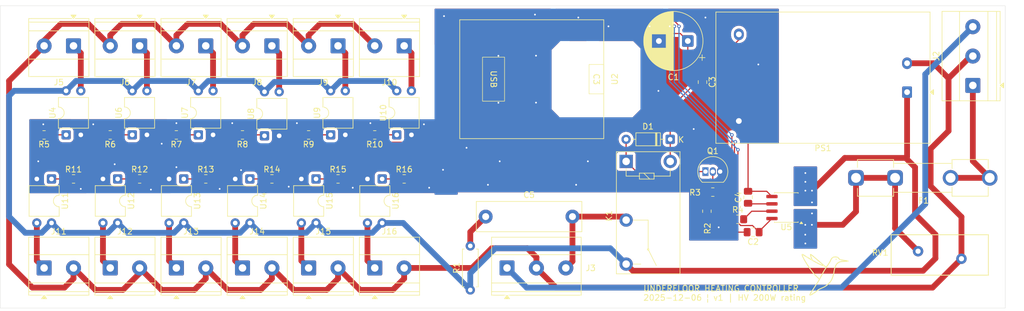
<source format=kicad_pcb>
(kicad_pcb (version 20241229) (generator "pcbnew") (generator_version "9.0")
  (layers (0 "F.Cu" signal) (2 "B.Cu" signal) (13 "F.Paste" user) (15 "B.Paste" user) (5 "F.SilkS" user "F.Silkscreen") (7 "B.SilkS" user "B.Silkscreen") (1 "F.Mask" user) (3 "B.Mask" user) (25 "Edge.Cuts" user))
  (net 0 "")
  (net 1 "GND")
  (net 2 "+5V")
  (net 3 "Net-(U5-FILTER)")
  (net 4 "POWER_L_MOTOR")
  (net 5 "Net-(D1-A)")
  (net 6 "POWER_L_MON")
  (net 7 "POWER_PE")
  (net 8 "POWER_L")
  (net 9 "POWER_N")
  (net 10 "/ETA_MATRIX/ETA1/POWER_L_ETA")
  (net 11 "/ETA_MATRIX/ETA2/POWER_L_ETA")
  (net 12 "/ETA_MATRIX/ETA3/POWER_L_ETA")
  (net 13 "/ETA_MATRIX/ETA4/POWER_L_ETA")
  (net 14 "/ETA_MATRIX/ETA5/POWER_L_ETA")
  (net 15 "/ETA_MATRIX/ETA6/POWER_L_ETA")
  (net 16 "/ETA_MATRIX/ETA7/POWER_L_ETA")
  (net 17 "/ETA_MATRIX/ETA8/POWER_L_ETA")
  (net 18 "/ETA_MATRIX/ETA9/POWER_L_ETA")
  (net 19 "/ETA_MATRIX/ETA10/POWER_L_ETA")
  (net 20 "/ETA_MATRIX/ETA11/POWER_L_ETA")
  (net 21 "/ETA_MATRIX/ETA12/POWER_L_ETA")
  (net 22 "Net-(Q1-B)")
  (net 23 "MOTOR_CTRL")
  (net 24 "ETA_L1")
  (net 25 "Net-(R5-Pad1)")
  (net 26 "Net-(R6-Pad1)")
  (net 27 "ETA_L2")
  (net 28 "Net-(R7-Pad1)")
  (net 29 "ETA_L3")
  (net 30 "Net-(R8-Pad1)")
  (net 31 "ETA_L4")
  (net 32 "ETA_L5")
  (net 33 "Net-(R9-Pad1)")
  (net 34 "ETA_L6")
  (net 35 "Net-(R10-Pad1)")
  (net 36 "Net-(R11-Pad1)")
  (net 37 "ETA_L7")
  (net 38 "Net-(R12-Pad1)")
  (net 39 "ETA_L8")
  (net 40 "Net-(R13-Pad1)")
  (net 41 "ETA_L9")
  (net 42 "Net-(R14-Pad1)")
  (net 43 "ETA_L10")
  (net 44 "Net-(R15-Pad1)")
  (net 45 "ETA_L11")
  (net 46 "ETA_L12")
  (net 47 "Net-(R16-Pad1)")
  (net 48 "CURRENT_MON")
  (net 51 "+3V3")
  (net 52 "POWER_SNUB_MOTOR")
  (net 53 "POWER_L_UNFUSED")
  (net 58 "Net-(U5-VIOUT)")
  (footprint "Resistor_SMD:R_0805_2012Metric_Pad1.20x1.40mm_HandSolder" (layer "F.Cu") (at 115.714935 95.6865)
    (property "Reference" "R16")
    (property "Value" "2K")
  )
  (footprint "Capacitor_THT:C_Rect_L18.0mm_W5.0mm_P15.00mm_FKS3_FKP3" (layer "F.Cu") (at 129.799935 102.209)
    (property "Reference" "C5")
    (property "Value" "0.1µF")
  )
  (footprint "Relay_THT:Relay_SPST_Omron-G5Q-1A" (layer "F.Cu") (at 154.078935 92.6535 -90)
    (property "Reference" "K1")
    (property "Value" "G5Q-1A")
  )
  (footprint "Custom Footprints:RV_Disc_D16.5mm_W6.7mm_P7.5mm with courtyard" (layer "F.Cu") (at 204.5335 108.204)
    (property "Reference" "RV1")
    (property "Value" "Varistor")
  )
  (footprint "Package_SO:SOIC-8_3.9x4.9mm_P1.27mm" (layer "F.Cu") (at 181.754935 100.6395 180)
    (property "Reference" "U5")
    (property "Value" "ACS725LLCTR-10AB-T")
  )
  (footprint "Resistor_SMD:R_0805_2012Metric_Pad1.20x1.40mm_HandSolder" (layer "F.Cu") (at 81.424935 95.6865)
    (property "Reference" "R13")
    (property "Value" "2K")
  )
  (footprint "Resistor_SMD:R_0805_2012Metric_Pad1.20x1.40mm_HandSolder" (layer "F.Cu") (at 58.564935 95.6865)
    (property "Reference" "R11")
    (property "Value" "2K")
  )
  (footprint "Resistor_SMD:R_0805_2012Metric_Pad1.20x1.40mm_HandSolder" (layer "F.Cu") (at 173.388935 102.6715)
    (property "Reference" "R4")
    (property "Value" "100")
  )
  (footprint "Package_DIP:DIP-4_W7.62mm" (layer "F.Cu") (at 80.139935 88.055739 90)
    (property "Reference" "U7")
    (property "Value" "AQY214EH")
  )
  (footprint "TerminalBlock_Phoenix:TerminalBlock_Phoenix_MKDS-1,5-2-5.08_1x02_P5.08mm_Horizontal" (layer "F.Cu") (at 58.559935 72.648239 180)
    (property "Reference" "J5")
    (property "Value" "Screw_Terminal_01x02")
  )
  (footprint "Resistor_SMD:R_0805_2012Metric_Pad1.20x1.40mm_HandSolder" (layer "F.Cu") (at 99.194935 88.060739 180)
    (property "Reference" "R9")
    (property "Value" "2K")
  )
  (footprint "Resistor_SMD:R_0805_2012Metric_Pad1.20x1.40mm_HandSolder" (layer "F.Cu") (at 69.994935 95.6865)
    (property "Reference" "R12")
    (property "Value" "2K")
  )
  (footprint "Capacitor_THT:CP_Radial_D10.0mm_P5.00mm" (layer "F.Cu") (at 164.736935 71.8105 180)
    (property "Reference" "C1")
    (property "Value" "1000µF")
  )
  (footprint "Resistor_SMD:R_0805_2012Metric_Pad1.20x1.40mm_HandSolder" (layer "F.Cu") (at 169.054935 97.9725 180)
    (property "Reference" "R3")
    (property "Value" "100K")
  )
  (footprint "Package_DIP:DIP-4_W7.62mm" (layer "F.Cu") (at 66.189935 95.6915 -90)
    (property "Reference" "U12")
    (property "Value" "AQY214EH")
  )
  (footprint "Package_DIP:DIP-4_W7.62mm" (layer "F.Cu") (at 114.429935 88.055739 90)
    (property "Reference" "U10")
    (property "Value" "AQY214EH")
  )
  (footprint "Package_DIP:DIP-4_W7.62mm" (layer "F.Cu") (at 102.999935 88.055739 90)
    (property "Reference" "U9")
    (property "Value" "AQY214EH")
  )
  (footprint "Resistor_THT:R_Axial_DIN0207_L6.3mm_D2.5mm_P7.62mm_Horizontal" (layer "F.Cu") (at 127.139935 114.909 90)
    (property "Reference" "R1")
    (property "Value" "100")
  )
  (footprint "TerminalBlock_Phoenix:TerminalBlock_Phoenix_MKDS-1,5-2-5.08_1x02_P5.08mm_Horizontal" (layer "F.Cu") (at 115.709935 72.648239 180)
    (property "Reference" "J10")
    (property "Value" "Screw_Terminal_01x02")
  )
  (footprint "Package_DIP:DIP-4_W7.62mm" (layer "F.Cu") (at 54.759935 95.6915 -90)
    (property "Reference" "U11")
    (property "Value" "AQY214EH")
  )
  (footprint "Diode_THT:D_DO-35_SOD27_P7.62mm_Horizontal" (layer "F.Cu") (at 161.688935 88.8285 180)
    (property "Reference" "D1")
    (property "Value" "1N4007")
  )
  (footprint "TerminalBlock_Phoenix:TerminalBlock_Phoenix_MKDS-1,5-2-5.08_1x02_P5.08mm_Horizontal" (layer "F.Cu") (at 87.769935 111.099)
    (property "Reference" "J14")
    (property "Value" "Screw_Terminal_01x02")
  )
  (footprint "Resistor_SMD:R_0805_2012Metric_Pad1.20x1.40mm_HandSolder" (layer "F.Cu") (at 104.284935 95.6865)
    (property "Reference" "R15")
    (property "Value" "2K")
  )
  (footprint "Package_DIP:DIP-4_W7.62mm" (layer "F.Cu") (at 100.479935 95.6915 -90)
    (property "Reference" "U15")
    (property "Value" "AQY214EH")
  )
  (footprint "Package_DIP:DIP-4_W7.62mm" (layer "F.Cu") (at 111.909935 95.6915 -90)
    (property "Reference" "U16")
    (property "Value" "AQY214EH")
  )
  (footprint "TerminalBlock_Phoenix:TerminalBlock_Phoenix_MKDS-1,5-2-5.08_1x02_P5.08mm_Horizontal" (layer "F.Cu") (at 76.339935 111.099)
    (property "Reference" "J13")
    (property "Value" "Screw_Terminal_01x02")
  )
  (footprint "TerminalBlock_Phoenix:TerminalBlock_Phoenix_MKDS-1,5-2-5.08_1x02_P5.08mm_Horizontal" (layer "F.Cu") (at 110.629935 111.099)
    (property "Reference" "J16")
    (property "Value" "Screw_Terminal_01x02")
  )
  (footprint "Package_TO_SOT_THT:TO-92_Inline" (layer "F.Cu") (at 167.784935 94.4165)
    (property "Reference" "Q1")
    (property "Value" "BC337")
  )
  (footprint "TerminalBlock_Phoenix:TerminalBlock_Phoenix_MKDS-1,5-2-5.08_1x02_P5.08mm_Horizontal" (layer "F.Cu") (at 53.479935 111.099)
    (property "Reference" "J11")
    (property "Value" "Screw_Terminal_01x02")
  )
  (footprint "TerminalBlock_Phoenix:TerminalBlock_Phoenix_MKDS-1,5-2-5.08_1x02_P5.08mm_Horizontal" (layer "F.Cu") (at 81.419935 72.648239 180)
    (property "Reference" "J7")
    (property "Value" "Screw_Terminal_01x02")
  )
  (footprint "Resistor_SMD:R_0805_2012Metric_Pad1.20x1.40mm_HandSolder" (layer "F.Cu") (at 168.038935 101.2745 -90)
    (property "Reference" "R2")
    (property "Value" "560")
  )
  (footprint "Custom Footprints:Waveshare_ESP32-S3-Tiny_SMD" (layer "F.Cu") (at 148.302935 70.797484 -90)
    (property "Reference" "U2")
    (property "Value" "Waveshare_ESP32-S3-Tiny")
  )
  (footprint "Converter_ACDC:Converter_ACDC_Hi-Link_HLK-PMxx" (layer "F.Cu") (at 202.635658 80.6605 180)
    (property "Reference" "PS1")
    (property "Value" "HLK-PM01")
  )
  (footprint "Resistor_SMD:R_0805_2012Metric_Pad1.20x1.40mm_HandSolder" (layer "F.Cu") (at 76.334935 88.060739 180)
    (property "Reference" "R7")
    (property "Value" "2K")
  )
  (footprint "Capacitor_SMD:C_0805_2012Metric_Pad1.18x1.45mm_HandSolder" (layer "F.Cu") (at 176.022 104.902 180)
    (property "Reference" "C2")
    (property "Value" "0.1µF")
  )
  (footprint "TerminalBlock_Phoenix:TerminalBlock_Phoenix_MKDS-1,5-3-5.08_1x03_P5.08mm_Horizontal" (layer "F.Cu") (at 214 79.5 90)
    (property "Reference" "J2")
    (property "Value" "Screw_Terminal_01x03")
  )
  (footprint "TerminalBlock_Phoenix:TerminalBlock_Phoenix_MKDS-1,5-2-5.08_1x02_P5.08mm_Horizontal" (layer "F.Cu") (at 64.909935 111.099)
    (property "Reference" "J12")
    (property "Value" "Screw_Terminal_01x02")
  )
  (footprint "TerminalBlock_Phoenix:TerminalBlock_Phoenix_MKDS-1,5-2-5.08_1x02_P5.08mm_Horizontal" (layer "F.Cu") (at 69.989935 72.648239 180)
    (property "Reference" "J6")
    (property "Value" "Screw_Terminal_01x02")
  )
  (footprint "Package_DIP:DIP-4_W7.62mm" (layer "F.Cu") (at 57.279935 88.055739 90)
    (property "Reference" "U4")
    (property "Value" "AQY214EH")
  )
  (footprint "Capacitor_SMD:C_0805_2012Metric_Pad1.18x1.45mm_HandSolder" (layer "F.Cu") (at 167.276935 78.9225 -90)
    (property "Reference" "C3")
    (property "Value" "0.1µF")
  )
  (footprint "TerminalBlock_Phoenix:TerminalBlock_Phoenix_MKDS-1,5-2-5.08_1x02_P5.08mm_Horizontal" (layer "F.Cu") (at 92.844935 72.648239 180)
    (property "Reference" "J8")
    (property "Value" "Screw_Terminal_01x02")
  )
  (footprint "Package_DIP:DIP-4_W7.62mm" (layer "F.Cu") (at 77.619935 95.6915 -90)
    (property "Reference" "U13")
    (property "Value" "AQY214EH")
  )
  (footprint "Resistor_SMD:R_0805_2012Metric_Pad1.20x1.40mm_HandSolder" (layer "F.Cu") (at 110.624935 88.060739 180)
    (property "Reference" "R10")
    (property "Value" "2K")
  )
  (footprint "Package_DIP:DIP-4_W7.62mm" (layer "F.Cu") (at 91.569935 88.223239 90)
    (property "Reference" "U8")
    (property "Value" "AQY214EH")
  )
  (footprint "Package_DIP:DIP-4_W7.62mm" (layer "F.Cu") (at 68.709935 88.055739 90)
    (property "Reference" "U6")
    (property "Value" "AQY214EH")
  )
  (footprint "Resistor_SMD:R_0805_2012Metric_Pad1.20x1.40mm_HandSolder" (layer "F.Cu") (at 92.854935 95.6865)
    (property "Reference" "R14")
    (property "Value" "2K")
  )
  (footprint "Fuse:Fuseholder_Clip-5x20mm_Keystone_3517_Inline_P23.11x6.76mm_D1.70mm_Horizontal" (layer "F.Cu") (at 193.806 95.504)
    (property "Reference" "F1")
    (property "Value" "Fuse" (hide yes))
  )
  (footprint "Resistor_SMD:R_0805_2012Metric_Pad1.20x1.40mm_HandSolder" (layer "F.Cu") (at 87.764935 88.060739 180)
    (property "Reference" "R8")
    (property "Value" "2K")
  )
  (footprint "TerminalBlock_Phoenix:TerminalBlock_Phoenix_MKDS-1,5-2-5.08_1x02_P5.08mm_Horizontal" (layer "F.Cu") (at 99.199935 111.099)
    (property "Reference" "J15")
    (property "Value" "Screw_Terminal_01x02")
  )
  (footprint "TerminalBlock_Phoenix:TerminalBlock_Phoenix_MKDS-1,5-3-5.08_1x03_P5.08mm_Horizontal" (layer "F.Cu") (at 133.489935 111.099)
    (property "Reference" "J3")
    (property "Value" "Screw_Terminal_01x03")
  )
  (footprint "Custom Footprints:Eletronica Logo" (layer "F.Cu") (at 188.468 112.268)
    (property "Reference" "G***" (hide yes))
    (property "Value" "LOGO" (hide yes))
  )
  (footprint "Capacitor_SMD:C_0805_2012Metric_Pad1.18x1.45mm_HandSolder" (layer "F.Cu") (at 175.150935 98.8615 90)
    (property "Reference" "C4")
    (property "Value" "1nF")
  )
  (footprint "Package_DIP:DIP-4_W7.62mm" (layer "F.Cu") (at 89.049935 95.6915 -90)
    (property "Reference" "U14")
    (property "Value" "AQY214EH")
  )
  (footprint "TerminalBlock_Phoenix:TerminalBlock_Phoenix_MKDS-1,5-2-5.08_1x02_P5.08mm_Horizontal" (layer "F.Cu") (at 104.279935 72.648239 180)
    (property "Reference" "J9")
    (property "Value" "Screw_Terminal_01x02")
  )
  (footprint "Resistor_SMD:R_0805_2012Metric_Pad1.20x1.40mm_HandSolder" (layer "F.Cu") (at 53.474935 88.060739 180)
    (property "Reference" "R5")
    (property "Value" "2K")
  )
  (footprint "Resistor_SMD:R_0805_2012Metric_Pad1.20x1.40mm_HandSolder" (layer "F.Cu") (at 64.904935 88.060739 180)
    (property "Reference" "R6")
    (property "Value" "2K")
  )
  (gr_rect (start 45.880935 65.7145) (end 219.600935 118.0385) (stroke (width 0.05)) (fill no) (layer "Edge.Cuts"))
  (gr_text "UNDERFLOOR HEATING CONTROLLER\n2025-12-06 ¦ v1 | HV 200W rating" (at 156.972 116.84 0) (layer "F.SilkS") (effects (font (size 1 1)) (justify left bottom)))
  (segment (start 145.813935 67.7465) (end 145.813935 70.746484) (width 0.2) (layer "F.Cu") (net 1))
  (segment (start 175.150935 97.824) (end 175.150935 87.255777) (width 0.2) (layer "F.Cu") (net 1))
  (segment (start 174.9845 104.902) (end 170.904435 104.902) (width 0.2) (layer "F.Cu") (net 1))
  (segment (start 175.150935 97.824) (end 178.369435 97.824) (width 0.2) (layer "F.Cu") (net 1))
  (segment (start 145.813935 70.746484) (end 145.762935 70.797484) (width 0.2) (layer "F.Cu") (net 1))
  (segment (start 178.369435 97.824) (end 179.279935 98.7345) (width 0.2) (layer "F.Cu") (net 1))
  (segment (start 170.904435 104.902) (end 170.070935 104.0685) (width 0.2) (layer "F.Cu") (net 1))
  (segment (start 175.150935 87.255777) (end 173.555658 85.6605) (width 0.2) (layer "F.Cu") (net 1))
  (via (at 109.872935 86.0345) (size 0.6) (drill 0.3) (layers "F.Cu" "B.Cu") (net 1))
  (via (at 132.224935 92.6385) (size 0.6) (drill 0.3) (layers "F.Cu" "B.Cu") (net 1))
  (via (at 159.656935 80.4465) (size 0.6) (drill 0.3) (layers "F.Cu" "B.Cu") (net 1))
  (via (at 138.5 74.3505) (size 0.6) (drill 0.3) (layers "F.Cu" "B.Cu") (net 1))
  (via (at 119.126 86.233) (size 0.6) (drill 0.3) (layers "F.Cu" "B.Cu") (net 1))
  (via (at 138.5 82.4785) (size 0.6) (drill 0.3) (layers "F.Cu" "B.Cu") (net 1))
  (via (at 52.468935 92.6385) (size 0.6) (drill 0.3) (layers "F.Cu" "B.Cu") (net 1))
  (via (at 106.824935 97.2105) (size 0.6) (drill 0.3) (layers "F.Cu" "B.Cu") (net 1))
  (via (at 61.976 86.233) (size 0.6) (drill 0.3) (layers "F.Cu" "B.Cu") (net 1))
  (via (at 120.032935 97.2105) (size 0.6) (drill 0.3) (layers "F.Cu" "B.Cu") (net 1))
  (via (at 138.320935 67.2385) (size 0.6) (drill 0.3) (layers "F.Cu" "B.Cu") (net 1))
  (via (at 132 82.5) (size 0.6) (drill 0.3) (layers "F.Cu" "B.Cu") (net 1))
  (via (at 76.344935 86.0345) (size 0.6) (drill 0.3) (layers "F.Cu" "B.Cu") (net 1))
  (via (at 76.344935 93.6545) (size 0.6) (drill 0.3) (layers "F.Cu" "B.Cu") (net 1))
  (via (at 73.804935 89.5905) (size 0.6) (drill 0.3) (layers "F.Cu" "B.Cu") (net 1))
  (via (at 85.996935 86.0345) (size 0.6) (drill 0.3) (layers "F.Cu" "B.Cu") (net 1))
  (via (at 71.940867 97.535357) (size 0.6) (drill 0.3) (layers "F.Cu" "B.Cu") (net 1))
  (via (at 126.492 90.297) (size 0.6) (drill 0.3) (layers "F.Cu" "B.Cu") (net 1))
  (via (at 53.34 86.233) (size 0.6) (drill 0.3) (layers "F.Cu" "B.Cu") (net 1))
  (via (at 65.676935 93.1465) (size 0.6) (drill 0.3) (layers "F.Cu" "B.Cu") (net 1))
  (via (at 97.172935 86.0345) (size 0.6) (drill 0.3) (layers "F.Cu" "B.Cu") (net 1))
  (via (at 130.192935 96.7025) (size 0.6) (drill 0.3) (layers "F.Cu" "B.Cu") (net 1))
  (via (at 122.428 94.107) (size 0.6) (drill 0.3) (layers "F.Cu" "B.Cu") (net 1))
  (via (at 165.752935 87.0505) (size 0.6) (drill 0.3) (layers "F.Cu" "B.Cu") (net 1))
  (via (at 158.132935 69.2705) (size 0.6) (drill 0.3) (layers "F.Cu" "B.Cu") (net 1))
  (via (at 59.817 97.409) (size 0.6) (drill 0.3) (layers "F.Cu" "B.Cu") (net 1))
  (via (at 83.82 97.409) (size 0.6) (drill 0.3) (layers "F.Cu" "B.Cu") (net 1))
  (via (at 122.6 67.5) (size 0.6) (drill 0.3) (layers "F.Cu" "B.Cu") (net 1))
  (via (at 167.784935 67.7465) (size 0.6) (drill 0.3) (layers "F.Cu" "B.Cu") (net 1))
  (via (at 170.070935 104.0685) (size 0.6) (drill 0.3) (layers "F.Cu" "B.Cu") (net 1))
  (via (at 95.758 97.028) (size 0.6) (drill 0.3) (layers "F.Cu" "B.Cu") (net 1))
  (via (at 132 74.372) (size 0.6) (drill 0.3) (layers "F.Cu" "B.Cu") (net 1))
  (via (at 147.464935 92.6385) (size 0.6) (drill 0.3) (layers "F.Cu" "B.Cu") (net 1))
  (via (at 87.520935 94.1625) (size 0.6) (drill 0.3) (layers "F.Cu" "B.Cu") (net 1))
  (via (at 151.020935 69.2705) (size 0.6) (drill 0.3) (layers "F.Cu" "B.Cu") (net 1))
  (via (at 145.813935 67.7465) (size 0.6) (drill 0.3) (layers "F.Cu" "B.Cu") (net 1))
  (via (at 176.928935 75.8745) (size 0.6) (drill 0.3) (layers "F.Cu" "B.Cu") (net 1))
  (via (at 145.432935 96.7025) (size 0.6) (drill 0.3) (layers "F.Cu" "B.Cu") (net 1))
  (segment (start 173.555658 70.6605) (end 173.506935 70.6605) (width 0.2) (layer "F.Cu") (net 2))
  (segment (start 173.555658 70.6605) (end 173.555658 71.606277) (width 0.2) (layer "F.Cu") (net 2))
  (segment (start 161.688935 88.8285) (end 161.688935 83.473) (width 0.2) (layer "F.Cu") (net 2))
  (segment (start 164.736935 75.345) (end 167.276935 77.885) (width 0.2) (layer "F.Cu") (net 2))
  (segment (start 161.698935 92.6535) (end 161.698935 88.8385) (width 0.2) (layer "F.Cu") (net 2))
  (segment (start 148.302935 70.797484) (end 148.590919 70.5095) (width 0.2) (layer "F.Cu") (net 2))
  (segment (start 161.698935 88.8385) (end 161.688935 88.8285) (width 0.2) (layer "F.Cu") (net 2))
  (segment (start 148.590919 70.5095) (end 163.435935 70.5095) (width 0.2) (layer "F.Cu") (net 2))
  (segment (start 164.736935 71.8105) (end 164.736935 75.345) (width 0.2) (layer "F.Cu") (net 2))
  (segment (start 163.435935 70.5095) (end 164.736935 71.8105) (width 0.2) (layer "F.Cu") (net 2))
  (segment (start 161.688935 83.473) (end 167.276935 77.885) (width 0.2) (layer "F.Cu") (net 2))
  (segment (start 173.555658 71.606277) (end 167.276935 77.885) (width 0.2) (layer "F.Cu") (net 2))
  (segment (start 175.256435 100.0045) (end 175.150935 99.899) (width 0.2) (layer "F.Cu") (net 3))
  (segment (start 179.279935 100.0045) (end 175.256435 100.0045) (width 0.2) (layer "F.Cu") (net 3))
  (segment (start 144.799935 109.949) (end 143.649935 111.099) (width 1) (layer "F.Cu") (net 4))
  (segment (start 144.799935 102.209) (end 153.474435 102.209) (width 1) (layer "F.Cu") (net 4))
  (segment (start 153.474435 102.209) (end 154.078935 102.8135) (width 1) (layer "F.Cu") (net 4))
  (segment (start 144.799935 102.209) (end 144.799935 109.949) (width 1) (layer "F.Cu") (net 4))
  (segment (start 154.068935 92.6435) (end 154.078935 92.6535) (width 0.2) (layer "F.Cu") (net 5))
  (segment (start 154.068935 88.8285) (end 154.068935 92.6435) (width 0.2) (layer "F.Cu") (net 5))
  (segment (start 154.078935 92.6535) (end 155.841935 94.4165) (width 0.2) (layer "F.Cu") (net 5))
  (segment (start 155.841935 94.4165) (end 167.784935 94.4165) (width 0.2) (layer "F.Cu") (net 5))
  (segment (start 186.199935 97.7185) (end 191.865435 92.053) (width 1) (layer "F.Cu") (net 6))
  (segment (start 202.635658 80.6605) (end 202.635658 91.8082) (width 1) (layer "F.Cu") (net 6))
  (segment (start 204.017 101.799) (end 207.5345 105.3165) (width 1) (layer "F.Cu") (net 6))
  (segment (start 202.635658 91.8082) (end 202.390858 92.053) (width 1) (layer "F.Cu") (net 6))
  (segment (start 207.5345 105.3165) (end 207.5345 109.447055) (width 1) (layer "F.Cu") (net 6))
  (segment (start 205.398055 111.5835) (end 155.228935 111.5835) (width 1) (layer "F.Cu") (net 6))
  (segment (start 155.228935 111.5835) (end 154.078935 110.4335) (width 1) (layer "F.Cu") (net 6))
  (segment (start 202.390858 92.053) (end 204.017 93.679142) (width 1) (layer "F.Cu") (net 6))
  (segment (start 207.5345 109.447055) (end 205.398055 111.5835) (width 1) (layer "F.Cu") (net 6))
  (segment (start 204.017 93.679142) (end 204.017 101.799) (width 1) (layer "F.Cu") (net 6))
  (segment (start 191.865435 92.053) (end 202.390858 92.053) (width 1) (layer "F.Cu") (net 6))
  (via (at 185.056935 96.1945) (size 0.6) (drill 0.3) (layers "F.Cu" "B.Cu") (net 6))
  (via (at 185.056935 94.6705) (size 0.6) (drill 0.3) (layers "F.Cu" "B.Cu") (net 6))
  (via (at 185.056935 97.7185) (size 0.6) (drill 0.3) (layers "F.Cu" "B.Cu") (net 6))
  (via (at 186.199935 99.7505) (size 0.6) (drill 0.3) (layers "F.Cu" "B.Cu") (net 6))
  (via (at 186.199935 97.7185) (size 0.6) (drill 0.3) (layers "F.Cu" "B.Cu") (net 6))
  (segment (start 64.488935 105.0125) (end 56.460935 105.0125) (width 1) (layer "B.Cu") (net 6))
  (segment (start 47.426 81.298978) (end 47.426 102.214022) (width 1) (layer "B.Cu") (net 6))
  (segment (start 90.750935 105.0125) (end 89.049935 103.3115) (width 1) (layer "B.Cu") (net 6))
  (segment (start 127.139935 114.909) (end 115.542435 103.3115) (width 1) (layer "B.Cu") (net 6))
  (segment (start 57.279935 80.435739) (end 58.980935 78.734739) (width 1) (layer "B.Cu") (net 6))
  (segment (start 57.279935 80.435739) (end 48.289239 80.435739) (width 1) (layer "B.Cu") (net 6))
  (segment (start 131.459191 107.698) (end 127.139935 112.017256) (width 1) (layer "B.Cu") (net 6))
  (segment (start 127.139935 112.017256) (end 127.139935 114.909) (width 1) (layer "B.Cu") (net 6))
  (segment (start 67.890935 105.0125) (end 66.189935 103.3115) (width 1) (layer "B.Cu") (net 6))
  (segment (start 50.224478 105.0125) (end 53.058935 105.0125) (width 1) (layer "B.Cu") (net 6))
  (segment (start 58.980935 78.734739) (end 67.008935 78.734739) (width 1) (layer "B.Cu") (net 6))
  (segment (start 100.479935 103.3115) (end 98.778935 105.0125) (width 1) (layer "B.Cu") (net 6))
  (segment (start 75.918935 105.0125) (end 67.890935 105.0125) (width 1) (layer "B.Cu") (net 6))
  (segment (start 91.569935 80.603239) (end 93.270935 78.902239) (width 1) (layer "B.Cu") (net 6))
  (segment (start 101.466435 78.902239) (end 102.999935 80.435739) (width 1) (layer "B.Cu") (net 6))
  (segment (start 102.180935 105.0125) (end 100.479935 103.3115) (width 1) (layer "B.Cu") (net 6))
  (segment (start 80.139935 80.435739) (end 81.840935 78.734739) (width 1) (layer "B.Cu") (net 6))
  (segment (start 77.619935 103.3115) (end 75.918935 105.0125) (width 1) (layer "B.Cu") (net 6))
  (segment (start 89.049935 103.3115) (end 87.348935 105.0125) (width 1) (layer "B.Cu") (net 6))
  (segment (start 53.058935 105.0125) (end 54.759935 103.3115) (width 1) (layer "B.Cu") (net 6))
  (segment (start 154.078935 110.4335) (end 151.343435 107.698) (width 1) (layer "B.Cu") (net 6))
  (segment (start 79.320935 105.0125) (end 77.619935 103.3115) (width 1) (layer "B.Cu") (net 6))
  (segment (start 151.343435 107.698) (end 131.459191 107.698) (width 1) (layer "B.Cu") (net 6))
  (segment (start 66.189935 103.3115) (end 64.488935 105.0125) (width 1) (layer "B.Cu") (net 6))
  (segment (start 89.701435 78.734739) (end 91.569935 80.603239) (width 1) (layer "B.Cu") (net 6))
  (segment (start 48.289239 80.435739) (end 47.426 81.298978) (width 1) (layer "B.Cu") (net 6))
  (segment (start 67.008935 78.734739) (end 68.709935 80.435739) (width 1) (layer "B.Cu") (net 6))
  (segment (start 104.700935 78.734739) (end 112.728935 78.734739) (width 1) (layer "B.Cu") (net 6))
  (segment (start 81.840935 78.734739) (end 89.701435 78.734739) (width 1) (layer "B.Cu") (net 6))
  (segment (start 98.778935 105.0125) (end 90.750935 105.0125) (width 1) (layer "B.Cu") (net 6))
  (segment (start 110.208935 105.0125) (end 102.180935 105.0125) (width 1) (layer "B.Cu") (net 6))
  (segment (start 47.426 102.214022) (end 50.224478 105.0125) (width 1) (layer "B.Cu") (net 6))
  (segment (start 102.999935 80.435739) (end 104.700935 78.734739) (width 1) (layer "B.Cu") (net 6))
  (segment (start 115.542435 103.3115) (end 111.909935 103.3115) (width 1) (layer "B.Cu") (net 6))
  (segment (start 70.410935 78.734739) (end 78.438935 78.734739) (width 1) (layer "B.Cu") (net 6))
  (segment (start 68.709935 80.435739) (end 70.410935 78.734739) (width 1) (layer "B.Cu") (net 6))
  (segment (start 78.438935 78.734739) (end 80.139935 80.435739) (width 1) (layer "B.Cu") (net 6))
  (segment (start 87.348935 105.0125) (end 79.320935 105.0125) (width 1) (layer "B.Cu") (net 6))
  (segment (start 56.460935 105.0125) (end 54.759935 103.3115) (width 1) (layer "B.Cu") (net 6))
  (segment (start 112.728935 78.734739) (end 114.429935 80.435739) (width 1) (layer "B.Cu") (net 6))
  (segment (start 93.270935 78.902239) (end 101.466435 78.902239) (width 1) (layer "B.Cu") (net 6))
  (segment (start 111.909935 103.3115) (end 110.208935 105.0125) (width 1) (layer "B.Cu") (net 6))
  (segment (start 205.776555 77.563445) (end 205.776555 100.039445) (width 1) (layer "B.Cu") (net 7))
  (segment (start 191.316 114.5) (end 136.890935 114.5) (width 1) (layer "B.Cu") (net 7))
  (segment (start 136.890935 114.5) (end 133.489935 111.099) (width 1) (layer "B.Cu") (net 7))
  (segment (start 205.776555 100.039445) (end 191.316 114.5) (width 1) (layer "B.Cu") (net 7))
  (segment (start 214 69.34) (end 205.776555 77.563445) (width 1) (layer "B.Cu") (net 7))
  (segment (start 191.516 103.632) (end 186.182 103.632) (width 1) (layer "F.Cu") (net 8))
  (segment (start 193.806 101.342) (end 191.516 103.632) (width 1) (layer "F.Cu") (net 8))
  (segment (start 193.806 95.504) (end 193.806 101.342) (width 1) (layer "F.Cu") (net 8))
  (segment (start 200.566 95.504) (end 193.806 95.504) (width 1) (layer "F.Cu") (net 8))
  (segment (start 200.566 104.2365) (end 204.5335 108.204) (width 1) (layer "F.Cu") (net 8))
  (segment (start 200.566 95.504) (end 200.566 104.2365) (width 1) (layer "F.Cu") (net 8))
  (via (at 185.039 103.632) (size 0.6) (drill 0.3) (layers "F.Cu" "B.Cu") (net 8))
  (via (at 185.056935 106.8625) (size 0.6) (drill 0.3) (layers "F.Cu" "B.Cu") (net 8))
  (via (at 186.199935 101.6555) (size 0.6) (drill 0.3) (layers "F.Cu" "B.Cu") (net 8))
  (via (at 186.182 103.632) (size 0.6) (drill 0.3) (layers "F.Cu" "B.Cu") (net 8))
  (via (at 185.039 105.3385) (size 0.6) (drill 0.3) (layers "F.Cu" "B.Cu") (net 8))
  (segment (start 62.360935 114.9) (end 67.106365 114.9) (width 1) (layer "F.Cu") (net 9))
  (segment (start 69.989935 112.01643) (end 69.989935 111.099) (width 1) (layer "F.Cu") (net 9))
  (segment (start 76.339935 70.809762) (end 76.339935 72.648239) (width 1) (layer "F.Cu") (net 9))
  (segment (start 141.970935 114.5) (end 207.0375 114.5) (width 1) (layer "F.Cu") (net 9))
  (segment (start 53.479935 72.648239) (end 53.479935 71.730809) (width 1) (layer "F.Cu") (net 9))
  (segment (start 78.302458 68.847239) (end 76.339935 70.809762) (width 1) (layer "F.Cu") (net 9))
  (segment (start 115.709935 112.937477) (end 115.709935 111.099) (width 1) (layer "F.Cu") (net 9))
  (segment (start 83.963935 68.847239) (end 78.302458 68.847239) (width 1) (layer "F.Cu") (net 9))
  (segment (start 102.317412 114.9) (end 104.279935 112.937477) (width 1) (layer "F.Cu") (net 9))
  (segment (start 127.432569 111.099) (end 115.709935 111.099) (width 1) (layer "F.Cu") (net 9))
  (segment (start 130.833569 107.698) (end 127.432569 111.099) (width 1) (layer "F.Cu") (net 9))
  (segment (start 92.849935 111.099) (end 96.650935 114.9) (width 1) (layer "F.Cu") (net 9))
  (segment (start 209.804 78.264256) (end 213.648256 74.42) (width 1) (layer "F.Cu") (net 9))
  (segment (start 138.569935 111.099) (end 141.970935 114.5) (width 1) (layer "F.Cu") (net 9))
  (segment (start 81.419935 111.099) (end 85.220935 114.9) (width 1) (layer "F.Cu") (net 9))
  (segment (start 87.764935 72.648239) (end 87.764935 70.809762) (width 1) (layer "F.Cu") (net 9))
  (segment (start 64.909935 72.648239) (end 64.909935 70.809762) (width 1) (layer "F.Cu") (net 9))
  (segment (start 206.705 90.475) (end 209.804 87.376) (width 1) (layer "F.Cu") (net 9))
  (segment (start 56.997412 114.5) (end 51.449191 114.5) (width 1) (layer "F.Cu") (net 9))
  (segment (start 72.538935 68.847239) (end 76.339935 72.648239) (width 1) (layer "F.Cu") (net 9))
  (segment (start 202.635658 75.6605) (end 207.200244 75.6605) (width 1) (layer "F.Cu") (net 9))
  (segment (start 89.727458 68.847239) (end 95.398935 68.847239) (width 1) (layer "F.Cu") (net 9))
  (segment (start 99.199935 72.648239) (end 99.199935 70.809762) (width 1) (layer "F.Cu") (net 9))
  (segment (start 113.747412 114.9) (end 115.709935 112.937477) (width 1) (layer "F.Cu") (net 9))
  (segment (start 212.0335 109.504) (end 212.0335 102.261952) (width 1) (layer "F.Cu") (net 9))
  (segment (start 58.559935 111.099) (end 58.559935 112.937477) (width 1) (layer "F.Cu") (net 9))
  (segment (start 58.559935 112.937477) (end 56.997412 114.5) (width 1) (layer "F.Cu") (net 9))
  (segment (start 53.479935 71.730809) (end 56.363505 68.847239) (width 1) (layer "F.Cu") (net 9))
  (segment (start 95.398935 68.847239) (end 99.199935 72.648239) (width 1) (layer "F.Cu") (net 9))
  (segment (start 61.108935 68.847239) (end 64.909935 72.648239) (width 1) (layer "F.Cu") (net 9))
  (segment (start 104.279935 112.937477) (end 104.279935 111.099) (width 1) (layer "F.Cu") (net 9))
  (segment (start 69.989935 111.099) (end 73.790935 114.9) (width 1) (layer "F.Cu") (net 9))
  (segment (start 81.419935 112.937477) (end 81.419935 111.099) (width 1) (layer "F.Cu") (net 9))
  (segment (start 137.007412 107.698) (end 130.833569 107.698) (width 1) (layer "F.Cu") (net 9))
  (segment (start 56.363505 68.847239) (end 61.108935 68.847239) (width 1) (layer "F.Cu") (net 9))
  (segment (start 87.764935 70.809762) (end 89.727458 68.847239) (width 1) (layer "F.Cu") (net 9))
  (segment (start 51.449191 114.5) (end 47.426 110.476809) (width 1) (layer "F.Cu") (net 9))
  (segment (start 47.426 110.476809) (end 47.426 78.702174) (width 1) (layer "F.Cu") (net 9))
  (segment (start 87.764935 72.648239) (end 83.963935 68.847239) (width 1) (layer "F.Cu") (net 9))
  (segment (start 138.569935 109.260523) (end 137.007412 107.698) (width 1) (layer "F.Cu") (net 9))
  (segment (start 99.199935 70.809762) (end 101.162458 68.847239) (width 1) (layer "F.Cu") (net 9))
  (segment (start 67.106365 114.9) (end 69.989935 112.01643) (width 1) (layer "F.Cu") (net 9))
  (segment (start 92.849935 112.937477) (end 92.849935 111.099) (width 1) (layer "F.Cu") (net 9))
  (segment (start 108.080935 114.9) (end 113.747412 114.9) (width 1) (layer "F.Cu") (net 9))
  (segment (start 58.559935 111.099) (end 62.360935 114.9) (width 1) (layer "F.Cu") (net 9))
  (segment (start 64.909935 70.809762) (end 66.872458 68.847239) (width 1) (layer "F.Cu") (net 9))
  (segment (start 96.650935 114.9) (end 102.317412 114.9) (width 1) (layer "F.Cu") (net 9))
  (segment (start 66.872458 68.847239) (end 72.538935 68.847239) (width 1) (layer "F.Cu") (net 9))
  (segment (start 207.0375 114.5) (end 212.0335 109.504) (width 1) (layer "F.Cu") (net 9))
  (segment (start 101.162458 68.847239) (end 106.828935 68.847239) (width 1) (layer "F.Cu") (net 9))
  (segment (start 209.804 87.376) (end 209.804 78.264256) (width 1) (layer "F.Cu") (net 9))
  (segment (start 104.279935 111.099) (end 108.080935 114.9) (width 1) (layer "F.Cu") (net 9))
  (segment (start 206.705 96.933452) (end 206.705 90.475) (width 1) (layer "F.Cu") (net 9))
  (segment (start 138.569935 111.099) (end 138.569935 109.260523) (width 1) (layer "F.Cu") (net 9))
  (segment (start 90.887412 114.9) (end 92.849935 112.937477) (width 1) (layer "F.Cu") (net 9))
  (segment (start 47.426 78.702174) (end 53.479935 72.648239) (width 1) (layer "F.Cu") (net 9))
  (segment (start 212.0335 102.261952) (end 206.705 96.933452) (width 1) (layer "F.Cu") (net 9))
  (segment (start 85.220935 114.9) (end 90.887412 114.9) (width 1) (layer "F.Cu") (net 9))
  (segment (start 213.648256 74.42) (end 214 74.42) (width 1) (layer "F.Cu") (net 9))
  (segment (start 207.200244 75.6605) (end 209.804 78.264256) (width 1) (layer "F.Cu") (net 9))
  (segment (start 79.457412 114.9) (end 81.419935 112.937477) (width 1) (layer "F.Cu") (net 9))
  (segment (start 106.828935 68.847239) (end 110.629935 72.648239) (width 1) (layer "F.Cu") (net 9))
  (segment (start 73.790935 114.9) (end 79.457412 114.9) (width 1) (layer "F.Cu") (net 9))
  (segment (start 59.819935 80.435739) (end 59.819935 73.908239) (width 1) (layer "F.Cu") (net 10))
  (segment (start 59.819935 73.908239) (end 58.559935 72.648239) (width 1) (layer "F.Cu") (net 10))
  (segment (start 71.249935 80.435739) (end 71.249935 73.908239) (width 1) (layer "F.Cu") (net 11))
  (segment (start 71.249935 73.908239) (end 69.989935 72.648239) (width 1) (layer "F.Cu") (net 11))
  (segment (start 82.679935 73.908239) (end 81.419935 72.648239) (width 1) (layer "F.Cu") (net 12))
  (segment (start 82.679935 80.435739) (end 82.679935 73.908239) (width 1) (layer "F.Cu") (net 12))
  (segment (start 94.109935 73.913239) (end 92.844935 72.648239) (width 1) (layer "F.Cu") (net 13))
  (segment (start 94.109935 80.603239) (end 94.109935 73.913239) (width 1) (layer "F.Cu") (net 13))
  (segment (start 105.539935 73.908239) (end 104.279935 72.648239) (width 1) (layer "F.Cu") (net 14))
  (segment (start 105.539935 80.435739) (end 105.539935 73.908239) (width 1) (layer "F.Cu") (net 14))
  (segment (start 116.969935 80.435739) (end 116.969935 73.908239) (width 1) (layer "F.Cu") (net 15))
  (segment (start 116.969935 73.908239) (end 115.709935 72.648239) (width 1) (layer "F.Cu") (net 15))
  (segment (start 52.219935 103.3115) (end 52.219935 109.839) (width 1) (layer "F.Cu") (net 16))
  (segment (start 52.219935 109.839) (end 53.479935 111.099) (width 1) (layer "F.Cu") (net 16))
  (segment (start 63.649935 109.839) (end 64.909935 111.099) (width 1) (layer "F.Cu") (net 17))
  (segment (start 63.649935 103.3115) (end 63.649935 109.839) (width 1) (layer "F.Cu") (net 17))
  (segment (start 75.079935 109.839) (end 76.339935 111.099) (width 1) (layer "F.Cu") (net 18))
  (segment (start 75.079935 103.3115) (end 75.079935 109.839) (width 1) (layer "F.Cu") (net 18))
  (segment (start 86.509935 109.839) (end 87.769935 111.099) (width 1) (layer "F.Cu") (net 19))
  (segment (start 86.509935 103.3115) (end 86.509935 109.839) (width 1) (layer "F.Cu") (net 19))
  (segment (start 97.939935 103.3115) (end 97.939935 109.839) (width 1) (layer "F.Cu") (net 20))
  (segment (start 97.939935 109.839) (end 99.199935 111.099) (width 1) (layer "F.Cu") (net 20))
  (segment (start 109.369935 103.3115) (end 109.369935 109.839) (width 1) (layer "F.Cu") (net 21))
  (segment (start 109.369935 109.839) (end 110.629935 111.099) (width 1) (layer "F.Cu") (net 21))
  (segment (start 169.054935 94.4165) (end 169.054935 95.6865) (width 0.2) (layer "F.Cu") (net 22))
  (segment (start 168.038935 100.2745) (end 168.038935 97.9885) (width 0.2) (layer "F.Cu") (net 22))
  (segment (start 168.038935 97.9885) (end 168.054935 97.9725) (width 0.2) (layer "F.Cu") (net 22))
  (segment (start 169.054935 95.6865) (end 168.054935 96.6865) (width 0.2) (layer "F.Cu") (net 22))
  (segment (start 168.054935 96.6865) (end 168.054935 97.9725) (width 0.2) (layer "F.Cu") (net 22))
  (segment (start 168.038935 102.2745) (end 172.356935 97.9565) (width 0.2) (layer "F.Cu") (net 23))
  (segment (start 163.212935 69.144554) (end 160.411881 66.3435) (width 0.2) (layer "F.Cu") (net 23))
  (segment (start 172.356935 97.9565) (end 172.356935 88.0665) (width 0.2) (layer "F.Cu") (net 23))
  (segment (start 163.212935 69.2705) (end 163.212935 69.144554) (width 0.2) (layer "F.Cu") (net 23))
  (segment (start 138.142935 70.180435) (end 138.142935 70.797484) (width 0.2) (layer "F.Cu") (net 23))
  (segment (start 141.97987 66.3435) (end 138.142935 70.180435) (width 0.2) (layer "F.Cu") (net 23))
  (segment (start 160.411881 66.3435) (end 141.97987 66.3435) (width 0.2) (layer "F.Cu") (net 23))
  (via (at 172.356935 88.0665) (size 0.6) (drill 0.3) (layers "F.Cu" "B.Cu") (net 23))
  (via (at 163.212935 69.2705) (size 0.6) (drill 0.3) (layers "F.Cu" "B.Cu") (net 23))
  (segment (start 172.356935 88.0665) (end 163.212935 78.9225) (width 0.2) (layer "B.Cu") (net 23))
  (segment (start 163.212935 78.9225) (end 163.212935 69.2705) (width 0.2) (layer "B.Cu") (net 23))
  (segment (start 123.882935 86.7086) (end 119.183035 91.4085) (width 0.2) (layer "F.Cu") (net 24))
  (segment (start 123.882935 77.1045) (end 123.882935 86.7086) (width 0.2) (layer "F.Cu") (net 24))
  (segment (start 127.982935 75.877484) (end 125.109951 75.877484) (width 0.2) (layer "F.Cu") (net 24))
  (segment (start 55.822697 91.4085) (end 55.268816 90.854619) (width 0.2) (layer "F.Cu") (net 24))
  (segment (start 125.109951 75.877484) (end 123.882935 77.1045) (width 0.2) (layer "F.Cu") (net 24))
  (segment (start 119.183035 91.4085) (end 55.822697 91.4085) (width 0.2) (layer "F.Cu") (net 24))
  (segment (start 55.268816 90.854619) (end 55.822696 91.4085) (width 0.2) (layer "F.Cu") (net 24))
  (segment (start 52.474935 88.060739) (end 55.268816 90.854619) (width 0.2) (layer "F.Cu") (net 24))
  (segment (start 57.279935 88.055739) (end 54.479935 88.055739) (width 0.2) (layer "F.Cu") (net 25))
  (segment (start 54.479935 88.055739) (end 54.474935 88.060739) (width 0.2) (layer "F.Cu") (net 25))
  (segment (start 65.909935 88.055739) (end 65.904935 88.060739) (width 0.2) (layer "F.Cu") (net 26))
  (segment (start 68.709935 88.055739) (end 65.909935 88.055739) (width 0.2) (layer "F.Cu") (net 26))
  (segment (start 123.481935 86.5425) (end 123.481935 76.495469) (width 0.2) (layer "F.Cu") (net 27))
  (segment (start 123.481935 76.495469) (end 126.63992 73.337484) (width 0.2) (layer "F.Cu") (net 27))
  (segment (start 119.016935 91.0075) (end 123.481935 86.5425) (width 0.2) (layer "F.Cu") (net 27))
  (segment (start 66.851696 91.0075) (end 63.904935 88.060739) (width 0.2) (layer "F.Cu") (net 27))
  (segment (start 119.016935 91.0075) (end 66.851696 91.0075) (width 0.2) (layer "F.Cu") (net 27))
  (segment (start 126.63992 73.337484) (end 127.982935 73.337484) (width 0.2) (layer "F.Cu") (net 27))
  (segment (start 80.139935 88.055739) (end 77.339935 88.055739) (width 0.2) (layer "F.Cu") (net 28))
  (segment (start 77.339935 88.055739) (end 77.334935 88.060739) (width 0.2) (layer "F.Cu") (net 28))
  (segment (start 123.080935 75.082435) (end 123.080935 84.5105) (width 0.2) (layer "F.Cu") (net 29))
  (segment (start 77.880696 90.6065) (end 118.822035 90.6065) (width 0.2) (layer "F.Cu") (net 29))
  (segment (start 123.080935 84.5105) (end 123.080935 86.3476) (width 0.2) (layer "F.Cu") (net 29))
  (segment (start 123.080935 86.3476) (end 118.822035 90.6065) (width 0.2) (layer "F.Cu") (net 29))
  (segment (start 75.334935 88.060739) (end 77.880696 90.6065) (width 0.2) (layer "F.Cu") (net 29))
  (segment (start 127.365886 70.797484) (end 123.080935 75.082435) (width 0.2) (layer "F.Cu") (net 29))
  (segment (start 127.982935 70.797484) (end 127.365886 70.797484) (width 0.2) (layer "F.Cu") (net 29))
  (segment (start 88.764935 88.060739) (end 91.407435 88.060739) (width 0.2) (layer "F.Cu") (net 30))
  (segment (start 91.407435 88.060739) (end 91.569935 88.223239) (width 0.2) (layer "F.Cu") (net 30))
  (segment (start 118.722935 90.1385) (end 88.842696 90.1385) (width 0.2) (layer "F.Cu") (net 31))
  (segment (start 122.572935 86.2885) (end 118.722935 90.1385) (width 0.2) (layer "F.Cu") (net 31))
  (segment (start 128.438984 68.096484) (end 127.526886 68.096484) (width 0.2) (layer "F.Cu") (net 31))
  (segment (start 130.522935 70.797484) (end 130.522935 70.180435) (width 0.2) (layer "F.Cu") (net 31))
  (segment (start 88.842696 90.1385) (end 86.764935 88.060739) (width 0.2) (layer "F.Cu") (net 31))
  (segment (start 127.526886 68.096484) (end 122.572935 73.050435) (width 0.2) (layer "F.Cu") (net 31))
  (segment (start 130.522935 70.180435) (end 128.438984 68.096484) (width 0.2) (layer "F.Cu") (net 31))
  (segment (start 122.572935 73.050435) (end 122.572935 86.2885) (width 0.2) (layer "F.Cu") (net 31))
  (segment (start 133.062935 70.797484) (end 133.062935 70.180435) (width 0.2) (layer "F.Cu") (net 32))
  (segment (start 99.871696 89.7375) (end 98.194935 88.060739) (width 0.2) (layer "F.Cu") (net 32))
  (segment (start 133.062935 70.180435) (end 130.577984 67.695484) (width 0.2) (layer "F.Cu") (net 32))
  (segment (start 122.064935 86.0936) (end 118.421035 89.7375) (width 0.2) (layer "F.Cu") (net 32))
  (segment (start 127.360786 67.695484) (end 122.064935 72.991335) (width 0.2) (layer "F.Cu") (net 32))
  (segment (start 122.064935 72.991335) (end 122.064935 86.0936) (width 0.2) (layer "F.Cu") (net 32))
  (segment (start 118.421035 89.7375) (end 99.871696 89.7375) (width 0.2) (layer "F.Cu") (net 32))
  (segment (start 130.577984 67.695484) (end 127.360786 67.695484) (width 0.2) (layer "F.Cu") (net 32))
  (segment (start 102.999935 88.055739) (end 100.199935 88.055739) (width 0.2) (layer "F.Cu") (net 33))
  (segment (start 100.199935 88.055739) (end 100.194935 88.060739) (width 0.2) (layer "F.Cu") (net 33))
  (segment (start 110.900696 89.3365) (end 118.254935 89.3365) (width 0.2) (layer "F.Cu") (net 34))
  (segment (start 132.716984 67.294484) (end 135.602935 70.180435) (width 0.2) (layer "F.Cu") (net 34))
  (segment (start 135.602935 70.180435) (end 135.602935 70.797484) (width 0.2) (layer "F.Cu") (net 34))
  (segment (start 121.663935 85.9275) (end 121.663935 72.825235) (width 0.2) (layer "F.Cu") (net 34))
  (segment (start 121.663935 72.825235) (end 127.194686 67.294484) (width 0.2) (layer "F.Cu") (net 34))
  (segment (start 109.624935 88.060739) (end 110.900696 89.3365) (width 0.2) (layer "F.Cu") (net 34))
  (segment (start 118.254935 89.3365) (end 121.663935 85.9275) (width 0.2) (layer "F.Cu") (net 34))
  (segment (start 127.194686 67.294484) (end 132.716984 67.294484) (width 0.2) (layer "F.Cu") (net 34))
  (segment (start 114.429935 88.055739) (end 111.629935 88.055739) (width 0.2) (layer "F.Cu") (net 35))
  (segment (start 111.629935 88.055739) (end 111.624935 88.060739) (width 0.2) (layer "F.Cu") (net 35))
  (segment (start 57.564935 95.6865) (end 54.764935 95.6865) (width 0.2) (layer "F.Cu") (net 36))
  (segment (start 54.764935 95.6865) (end 54.759935 95.6915) (width 0.2) (layer "F.Cu") (net 36))
  (segment (start 63.441935 91.8095) (end 59.564935 95.6865) (width 0.2) (layer "F.Cu") (net 37))
  (segment (start 125.109951 78.417484) (end 124.283935 79.2435) (width 0.2) (layer "F.Cu") (net 37))
  (segment (start 124.283935 79.2435) (end 124.283935 86.8747) (width 0.2) (layer "F.Cu") (net 37))
  (segment (start 127.982935 78.417484) (end 125.109951 78.417484) (width 0.2) (layer "F.Cu") (net 37))
  (segment (start 119.349135 91.8095) (end 63.441935 91.8095) (width 0.2) (layer "F.Cu") (net 37))
  (segment (start 124.283935 86.8747) (end 119.349135 91.8095) (width 0.2) (layer "F.Cu") (net 37))
  (segment (start 68.994935 95.6865) (end 66.194935 95.6865) (width 0.2) (layer "F.Cu") (net 38))
  (segment (start 66.194935 95.6865) (end 66.189935 95.6915) (width 0.2) (layer "F.Cu") (net 38))
  (segment (start 127.982935 80.957484) (end 125.189951 80.957484) (width 0.2) (layer "F.Cu") (net 39))
  (segment (start 124.684935 81.4625) (end 124.684935 87.0408) (width 0.2) (layer "F.Cu") (net 39))
  (segment (start 119.515235 92.2105) (end 74.470935 92.2105) (width 0.2) (layer "F.Cu") (net 39))
  (segment (start 74.470935 92.2105) (end 70.994935 95.6865) (width 0.2) (layer "F.Cu") (net 39))
  (segment (start 125.189951 80.957484) (end 124.684935 81.4625) (width 0.2) (layer "F.Cu") (net 39))
  (segment (start 124.684935 87.0408) (end 119.515235 92.2105) (width 0.2) (layer "F.Cu") (net 39))
  (segment (start 77.624935 95.6865) (end 77.619935 95.6915) (width 0.2) (layer "F.Cu") (net 40))
  (segment (start 80.424935 95.6865) (end 77.624935 95.6865) (width 0.2) (layer "F.Cu") (net 40))
  (segment (start 119.611351 92.681484) (end 127.982935 84.3099) (width 0.2) (layer "F.Cu") (net 41))
  (segment (start 85.429951 92.681484) (end 119.611351 92.681484) (width 0.2) (layer "F.Cu") (net 41))
  (segment (start 82.424935 95.6865) (end 85.429951 92.681484) (width 0.2) (layer "F.Cu") (net 41))
  (segment (start 127.982935 84.3099) (end 127.982935 83.497484) (width 0.2) (layer "F.Cu") (net 41))
  (segment (start 91.854935 95.6865) (end 89.054935 95.6865) (width 0.2) (layer "F.Cu") (net 42))
  (segment (start 89.054935 95.6865) (end 89.049935 95.6915) (width 0.2) (layer "F.Cu") (net 42))
  (segment (start 126.822451 86.037484) (end 119.777451 93.082484) (width 0.2) (layer "F.Cu") (net 43))
  (segment (start 96.458951 93.082484) (end 93.854935 95.6865) (width 0.2) (layer "F.Cu") (net 43))
  (segment (start 119.777451 93.082484) (end 96.458951 93.082484) (width 0.2) (layer "F.Cu") (net 43))
  (segment (start 127.982935 86.037484) (end 126.822451 86.037484) (width 0.2) (layer "F.Cu") (net 43))
  (segment (start 103.284935 95.6865) (end 100.484935 95.6865) (width 0.2) (layer "F.Cu") (net 44))
  (segment (start 100.484935 95.6865) (end 100.479935 95.6915) (width 0.2) (layer "F.Cu") (net 44))
  (segment (start 127.821935 88.738484) (end 128.438984 88.738484) (width 0.2) (layer "F.Cu") (net 45))
  (segment (start 129.083935 87.476484) (end 130.522935 86.037484) (width 0.2) (layer "F.Cu") (net 45))
  (segment (start 127.787419 88.773) (end 127.821935 88.738484) (width 0.2) (layer "F.Cu") (net 45))
  (segment (start 124.654035 88.773) (end 127.787419 88.773) (width 0.2) (layer "F.Cu") (net 45))
  (segment (start 105.284935 95.1945) (end 106.995951 93.483484) (width 0.2) (layer "F.Cu") (net 45))
  (segment (start 130.522935 86.037484) (end 130.522935 86.654533) (width 0.2) (layer "F.Cu") (net 45))
  (segment (start 119.943551 93.483484) (end 124.654035 88.773) (width 0.2) (layer "F.Cu") (net 45))
  (segment (start 128.438984 88.738484) (end 129.083935 88.093533) (width 0.2) (layer "F.Cu") (net 45))
  (segment (start 106.995951 93.483484) (end 119.943551 93.483484) (width 0.2) (layer "F.Cu") (net 45))
  (segment (start 129.083935 88.093533) (end 129.083935 87.476484) (width 0.2) (layer "F.Cu") (net 45))
  (segment (start 105.284935 95.6865) (end 105.284935 95.1945) (width 0.2) (layer "F.Cu") (net 45))
  (segment (start 133.062935 86.037484) (end 133.062935 86.7205) (width 0.2) (layer "F.Cu") (net 46))
  (segment (start 133.062935 86.7205) (end 124.096935 95.6865) (width 0.2) (layer "F.Cu") (net 46))
  (segment (start 124.096935 95.6865) (end 116.714935 95.6865) (width 0.2) (layer "F.Cu") (net 46))
  (segment (start 111.914935 95.6865) (end 111.909935 95.6915) (width 0.2) (layer "F.Cu") (net 47))
  (segment (start 114.714935 95.6865) (end 111.914935 95.6865) (width 0.2) (layer "F.Cu") (net 47))
  (segment (start 144.11887 66.7445) (end 140.682935 70.180435) (width 0.2) (layer "F.Cu") (net 48))
  (segment (start 172.956935 89.256518) (end 172.798717 89.414736) (width 0.2) (layer "F.Cu") (net 48))
  (segment (start 162.412932 69.2705) (end 162.412932 69.144553) (width 0.2) (layer "F.Cu") (net 48))
  (segment (start 160.012879 66.7445) (end 144.11887 66.7445) (width 0.2) (layer "F.Cu") (net 48))
  (segment (start 140.682935 70.180435) (end 140.682935 70.797484) (width 0.2) (layer "F.Cu") (net 48))
  (segment (start 172.798717 89.414736) (end 172.798717 102.261718) (width 0.2) (layer "F.Cu") (net 48))
  (segment (start 172.798717 102.261718) (end 172.388935 102.6715) (width 0.2) (layer "F.Cu") (net 48))
  (segment (start 162.412932 69.144553) (end 160.012879 66.7445) (width 0.2) (layer "F.Cu") (net 48))
  (segment (start 140.682935 68.9405) (end 140.682935 70.797484) (width 0.2) (layer "F.Cu") (net 48))
  (via (at 172.956935 89.256518) (size 0.6) (drill 0.3) (layers "F.Cu" "B.Cu") (net 48))
  (via (at 162.412932 69.2705) (size 0.6) (drill 0.3) (layers "F.Cu" "B.Cu") (net 48))
  (segment (start 162.412932 78.97244) (end 162.412932 69.2705) (width 0.2) (layer "B.Cu") (net 48))
  (segment (start 172.69701 89.256518) (end 162.412932 78.97244) (width 0.2) (layer "B.Cu") (net 48))
  (segment (start 172.956935 89.256518) (end 172.69701 89.256518) (width 0.2) (layer "B.Cu") (net 48))
  (segment (start 177.0595 104.902) (end 177.0595 104.764935) (width 0.2) (layer "F.Cu") (net 51))
  (segment (start 177.0595 104.764935) (end 179.279935 102.5445) (width 0.2) (layer "F.Cu") (net 51))
  (segment (start 173.399717 103.268442) (end 173.399717 90.633283) (width 0.2) (layer "F.Cu") (net 51))
  (segment (start 145.525935 67.1455) (end 143.222935 69.4485) (width 0.2) (layer "F.Cu") (net 51))
  (segment (start 177.0595 104.902) (end 175.9165 103.759) (width 0.2) (layer "F.Cu") (net 51))
  (segment (start 161.612929 69.194494) (end 159.563935 67.1455) (width 0.2) (layer "F.Cu") (net 51))
  (segment (start 173.890275 103.759) (end 173.399717 103.268442) (width 0.2) (layer "F.Cu") (net 51))
  (segment (start 175.9165 103.759) (end 173.890275 103.759) (width 0.2) (layer "F.Cu") (net 51))
  (segment (start 161.612929 69.2705) (end 161.612929 69.194494) (width 0.2) (layer "F.Cu") (net 51))
  (segment (start 143.222935 69.4485) (end 143.222935 70.797484) (width 0.2) (layer "F.Cu") (net 51))
  (segment (start 159.563935 67.1455) (end 145.525935 67.1455) (width 0.2) (layer "F.Cu") (net 51))
  (via (at 161.612929 69.2705) (size 0.6) (drill 0.3) (layers "F.Cu" "B.Cu") (net 51))
  (via (at 173.399717 90.633283) (size 0.6) (drill 0.3) (layers "F.Cu" "B.Cu") (net 51))
  (segment (start 161.612929 78.846494) (end 161.612929 69.2705) (width 0.2) (layer "B.Cu") (net 51))
  (segment (start 173.399717 90.633283) (end 161.612929 78.846494) (width 0.2) (layer "B.Cu") (net 51))
  (segment (start 127.139935 107.289) (end 127.139935 104.869) (width 1) (layer "F.Cu") (net 52))
  (segment (start 127.139935 104.869) (end 129.799935 102.209) (width 1) (layer "F.Cu") (net 52))
  (segment (start 210.156 95.504) (end 216.916 95.504) (width 1) (layer "F.Cu") (net 53))
  (segment (start 214 92.588) (end 216.916 95.504) (width 1) (layer "F.Cu") (net 53))
  (segment (start 214 79.5) (end 214 92.588) (width 1) (layer "F.Cu") (net 53))
  (segment (start 175.785935 101.2745) (end 174.388935 102.6715) (width 0.2) (layer "F.Cu") (net 58))
  (segment (start 179.279935 101.2745) (end 175.785935 101.2745) (width 0.2) (layer "F.Cu") (net 58))
  (zone (net 0) (net_name "") (layers "F.Cu" "B.Cu") (connect_pads yes (clearance 0)) (min_thickness 0.25)
    (keepout (tracks not_allowed) (vias not_allowed) (pads not_allowed) (copperpour not_allowed) (footprints allowed))
    (fill (thermal_gap 0.5) (thermal_bridge_width 0.5))
    (polygon (pts (xy 47.927 102.0065) (xy 47.927 81.5065) (xy 50.927 81.5065) (xy 50.927 102.0065)))
  )
  (zone (net 0) (net_name "") (layers "F.Cu" "B.Cu") (connect_pads yes (clearance 0)) (min_thickness 0.25)
    (keepout (tracks not_allowed) (vias not_allowed) (pads not_allowed) (copperpour not_allowed) (footprints allowed))
    (fill (thermal_gap 0.5) (thermal_bridge_width 0.5))
    (polygon (pts (xy 124.964935 98.0065) (xy 161.964935 98.0065) (xy 161.964935 101.0065) (xy 124.964935 101.0065)))
  )
  (zone (net 0) (net_name "") (layers "F.Cu" "B.Cu") (connect_pads yes (clearance 0)) (min_thickness 0.25)
    (keepout (tracks not_allowed) (vias not_allowed) (pads not_allowed) (copperpour not_allowed) (footprints allowed))
    (fill (thermal_gap 0.5) (thermal_bridge_width 0.5))
    (polygon (pts (xy 180.464935 93.0065) (xy 180.464935 66.0065) (xy 183.464935 66.0065) (xy 183.464935 93.0065)))
  )
  (zone (net 8) (net_name "POWER_L") (layers "F.Cu" "B.Cu") (connect_pads yes (clearance 0.5)) (min_thickness 0.25) (fill yes (thermal_gap 0.5) (thermal_bridge_width 0.5))
    (polygon (pts (xy 183.024935 100.90186) (xy 187.088935 100.90186) (xy 187.088935 107.75986) (xy 183.024935 107.75986)))
  )
  (zone (net 0) (net_name "") (layers "F.Cu" "B.Cu") (connect_pads yes (clearance 0)) (min_thickness 0.25)
    (keepout (tracks not_allowed) (vias not_allowed) (pads not_allowed) (copperpour not_allowed) (footprints allowed))
    (fill (thermal_gap 0.5) (thermal_bridge_width 0.5))
    (polygon (pts (xy 180.464935 109.0065) (xy 180.464935 93.0065) (xy 182.964935 93.0065) (xy 182.964935 109.0065)))
  )
  (zone (net 6) (net_name "POWER_L_MON") (layers "F.Cu" "B.Cu") (connect_pads yes (clearance 0.5)) (min_thickness 0.25) (fill yes (thermal_gap 0.5) (thermal_bridge_width 0.5))
    (polygon (pts (xy 183.024935 93.5275) (xy 187.088935 93.5275) (xy 187.088935 100.3855) (xy 183.024935 100.3855)))
  )
  (zone (net 0) (net_name "") (layers "F.Cu" "B.Cu") (connect_pads yes (clearance 0)) (min_thickness 0.25)
    (keepout (tracks allowed) (vias allowed) (pads allowed) (copperpour not_allowed) (footprints allowed))
    (fill (thermal_gap 0.5) (thermal_bridge_width 0.5))
    (polygon (pts (xy 173.482 109.0065) (xy 173.482 89.5775) (xy 181.189 89.5775) (xy 181.189 109.0065)))
  )
  (zone (net 0) (net_name "") (layers "F.Cu" "B.Cu") (connect_pads yes (clearance 0)) (min_thickness 0.25)
    (keepout (tracks not_allowed) (vias not_allowed) (pads not_allowed) (copperpour not_allowed) (footprints allowed))
    (fill (thermal_gap 0.5) (thermal_bridge_width 0.5))
    (polygon (pts (xy 50.927 98.169) (xy 120.964935 98.141559) (xy 120.964935 102.030559) (xy 50.927 102.0065)))
  )
  (zone (net 0) (net_name "") (layers "F.Cu" "B.Cu") (connect_pads yes (clearance 0)) (min_thickness 0.25)
    (keepout (tracks not_allowed) (vias not_allowed) (pads not_allowed) (copperpour not_allowed) (footprints allowed))
    (fill (thermal_gap 0.5) (thermal_bridge_width 0.5))
    (polygon (pts (xy 117.964935 82.363358) (xy 117.964935 65.863358) (xy 120.964935 65.863358) (xy 120.964935 82.363358)))
  )
  (zone (net 0) (net_name "") (layers "F.Cu" "B.Cu") (connect_pads yes (clearance 0)) (min_thickness 0.25)
    (keepout (tracks not_allowed) (vias not_allowed) (pads not_allowed) (copperpour not_allowed) (footprints allowed))
    (fill (thermal_gap 0.5) (thermal_bridge_width 0.5))
    (polygon (pts (xy 161.964935 109.0065) (xy 161.964935 98.0065) (xy 164.964935 98.0065) (xy 164.964935 109.0065)))
  )
  (zone (net 1) (net_name "GND") (layers "F.Cu" "B.Cu") (priority 1) (connect_pads yes (clearance 0.5)) (min_thickness 0.25) (fill yes (thermal_gap 0.5) (thermal_bridge_width 0.5))
    (polygon (pts (xy 50.292 83.947) (xy 120.6 83.9) (xy 120.6 65.7) (xy 180.484935 65.7145) (xy 180.484935 106.3545) (xy 164.846 106.3545) (xy 164.846 98.425) (xy 50.292 98.425)))
  )
  (zone (net 0) (net_name "") (layers "F.Cu" "B.Cu") (connect_pads yes (clearance 0)) (min_thickness 0.25)
    (keepout (tracks not_allowed) (vias not_allowed) (pads not_allowed) (copperpour not_allowed) (footprints allowed))
    (fill (thermal_gap 0.5) (thermal_bridge_width 0.5))
    (polygon (pts (xy 50.927 81.5065) (xy 120.964935 81.479059) (xy 120.964935 85.368059) (xy 50.927 85.344)))
  )
)
</source>
